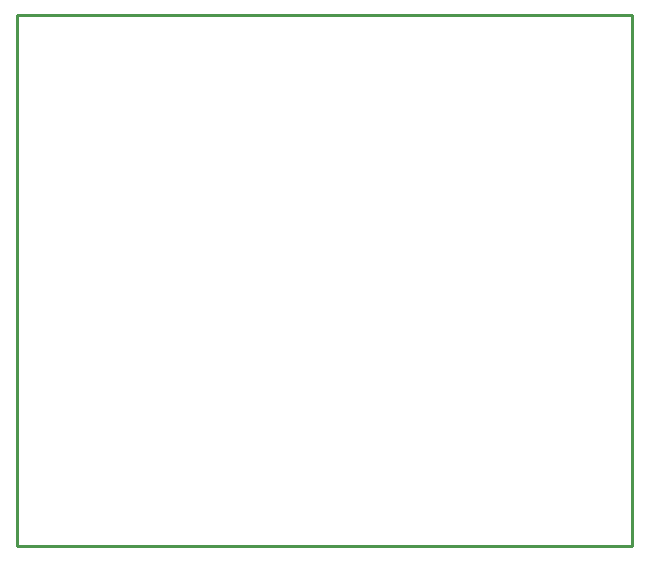
<source format=gko>
G04 ---------------------------- Layer name :KeepOutLayer *
G04 easyEDA 0.1*
G04 Scale: 100 percent, Rotated: No, Reflected: No *
G04 Dimensions in inches *
G04 leading zeros omitted , absolute positions ,2 integer and 4 * 
%FSLAX24Y24*%
%MOIN*%
G90*
G70D02*

%ADD10C,0.010000*%
G54D10*
G01X0Y35400D02*
G01X20500Y35400D01*
G01X20500Y17700D01*
G01X0Y17700D01*
G01X0Y35400D01*

%LPD*%
%LNVIA PAD TRACK COPPERAREA*%

M00*
M02*
</source>
